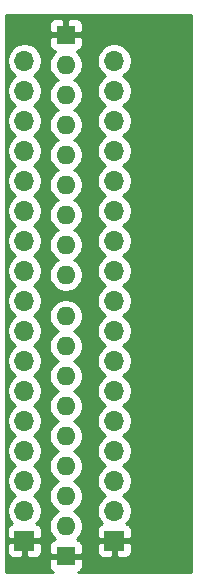
<source format=gbr>
%TF.GenerationSoftware,KiCad,Pcbnew,(5.1.9)-1*%
%TF.CreationDate,2021-02-04T07:57:01-05:00*%
%TF.ProjectId,NerdConsole_BreadBoard_BridgeMonitor16,4e657264-436f-46e7-936f-6c655f427265,rev?*%
%TF.SameCoordinates,Original*%
%TF.FileFunction,Copper,L2,Bot*%
%TF.FilePolarity,Positive*%
%FSLAX46Y46*%
G04 Gerber Fmt 4.6, Leading zero omitted, Abs format (unit mm)*
G04 Created by KiCad (PCBNEW (5.1.9)-1) date 2021-02-04 07:57:01*
%MOMM*%
%LPD*%
G01*
G04 APERTURE LIST*
%TA.AperFunction,ComponentPad*%
%ADD10O,1.700000X1.700000*%
%TD*%
%TA.AperFunction,ComponentPad*%
%ADD11R,1.700000X1.700000*%
%TD*%
%TA.AperFunction,ComponentPad*%
%ADD12R,1.600000X1.600000*%
%TD*%
%TA.AperFunction,ComponentPad*%
%ADD13O,1.600000X1.600000*%
%TD*%
%TA.AperFunction,Conductor*%
%ADD14C,0.254000*%
%TD*%
%TA.AperFunction,Conductor*%
%ADD15C,0.100000*%
%TD*%
G04 APERTURE END LIST*
D10*
%TO.P,J1,17*%
%TO.N,D15*%
X113800000Y-72510000D03*
%TO.P,J1,16*%
%TO.N,D14*%
X113800000Y-75050000D03*
%TO.P,J1,15*%
%TO.N,D13*%
X113800000Y-77590000D03*
%TO.P,J1,14*%
%TO.N,D12*%
X113800000Y-80130000D03*
%TO.P,J1,13*%
%TO.N,D11*%
X113800000Y-82670000D03*
%TO.P,J1,12*%
%TO.N,D10*%
X113800000Y-85210000D03*
%TO.P,J1,11*%
%TO.N,D9*%
X113800000Y-87750000D03*
%TO.P,J1,10*%
%TO.N,D8*%
X113800000Y-90290000D03*
%TO.P,J1,9*%
%TO.N,D7*%
X113800000Y-92830000D03*
%TO.P,J1,8*%
%TO.N,D6*%
X113800000Y-95370000D03*
%TO.P,J1,7*%
%TO.N,D5*%
X113800000Y-97910000D03*
%TO.P,J1,6*%
%TO.N,D4*%
X113800000Y-100450000D03*
%TO.P,J1,5*%
%TO.N,D3*%
X113800000Y-102990000D03*
%TO.P,J1,4*%
%TO.N,D2*%
X113800000Y-105530000D03*
%TO.P,J1,3*%
%TO.N,D1*%
X113800000Y-108070000D03*
%TO.P,J1,2*%
%TO.N,D0*%
X113800000Y-110610000D03*
D11*
%TO.P,J1,1*%
%TO.N,GND*%
X113800000Y-113150000D03*
%TD*%
%TO.P,J2,1*%
%TO.N,GND*%
X106200000Y-113150000D03*
D10*
%TO.P,J2,2*%
%TO.N,D0*%
X106200000Y-110610000D03*
%TO.P,J2,3*%
%TO.N,D1*%
X106200000Y-108070000D03*
%TO.P,J2,4*%
%TO.N,D2*%
X106200000Y-105530000D03*
%TO.P,J2,5*%
%TO.N,D3*%
X106200000Y-102990000D03*
%TO.P,J2,6*%
%TO.N,D4*%
X106200000Y-100450000D03*
%TO.P,J2,7*%
%TO.N,D5*%
X106200000Y-97910000D03*
%TO.P,J2,8*%
%TO.N,D6*%
X106200000Y-95370000D03*
%TO.P,J2,9*%
%TO.N,D7*%
X106200000Y-92830000D03*
%TO.P,J2,10*%
%TO.N,D8*%
X106200000Y-90290000D03*
%TO.P,J2,11*%
%TO.N,D9*%
X106200000Y-87750000D03*
%TO.P,J2,12*%
%TO.N,D10*%
X106200000Y-85210000D03*
%TO.P,J2,13*%
%TO.N,D11*%
X106200000Y-82670000D03*
%TO.P,J2,14*%
%TO.N,D12*%
X106200000Y-80130000D03*
%TO.P,J2,15*%
%TO.N,D13*%
X106200000Y-77590000D03*
%TO.P,J2,16*%
%TO.N,D14*%
X106200000Y-75050000D03*
%TO.P,J2,17*%
%TO.N,D15*%
X106200000Y-72510000D03*
%TD*%
D12*
%TO.P,RN1,1*%
%TO.N,GND*%
X109700000Y-114450000D03*
D13*
%TO.P,RN1,2*%
%TO.N,LED0*%
X109700000Y-111910000D03*
%TO.P,RN1,3*%
%TO.N,LED1*%
X109700000Y-109370000D03*
%TO.P,RN1,4*%
%TO.N,LED2*%
X109700000Y-106830000D03*
%TO.P,RN1,5*%
%TO.N,LED3*%
X109700000Y-104290000D03*
%TO.P,RN1,6*%
%TO.N,LED4*%
X109700000Y-101750000D03*
%TO.P,RN1,7*%
%TO.N,LED5*%
X109700000Y-99210000D03*
%TO.P,RN1,8*%
%TO.N,LED6*%
X109700000Y-96670000D03*
%TO.P,RN1,9*%
%TO.N,LED7*%
X109700000Y-94130000D03*
%TD*%
%TO.P,RN2,9*%
%TO.N,LED8*%
X109700000Y-90620000D03*
%TO.P,RN2,8*%
%TO.N,LED9*%
X109700000Y-88080000D03*
%TO.P,RN2,7*%
%TO.N,LED10*%
X109700000Y-85540000D03*
%TO.P,RN2,6*%
%TO.N,LED11*%
X109700000Y-83000000D03*
%TO.P,RN2,5*%
%TO.N,LED12*%
X109700000Y-80460000D03*
%TO.P,RN2,4*%
%TO.N,LED13*%
X109700000Y-77920000D03*
%TO.P,RN2,3*%
%TO.N,LED14*%
X109700000Y-75380000D03*
%TO.P,RN2,2*%
%TO.N,LED15*%
X109700000Y-72840000D03*
D12*
%TO.P,RN2,1*%
%TO.N,GND*%
X109700000Y-70300000D03*
%TD*%
D14*
%TO.N,GND*%
X120340000Y-115840000D02*
X110742538Y-115840000D01*
X110744180Y-115839502D01*
X110854494Y-115780537D01*
X110951185Y-115701185D01*
X111030537Y-115604494D01*
X111089502Y-115494180D01*
X111125812Y-115374482D01*
X111138072Y-115250000D01*
X111135000Y-114735750D01*
X110976250Y-114577000D01*
X109827000Y-114577000D01*
X109827000Y-114597000D01*
X109573000Y-114597000D01*
X109573000Y-114577000D01*
X108423750Y-114577000D01*
X108265000Y-114735750D01*
X108261928Y-115250000D01*
X108274188Y-115374482D01*
X108310498Y-115494180D01*
X108369463Y-115604494D01*
X108448815Y-115701185D01*
X108545506Y-115780537D01*
X108655820Y-115839502D01*
X108657462Y-115840000D01*
X104660000Y-115840000D01*
X104660000Y-114000000D01*
X104711928Y-114000000D01*
X104724188Y-114124482D01*
X104760498Y-114244180D01*
X104819463Y-114354494D01*
X104898815Y-114451185D01*
X104995506Y-114530537D01*
X105105820Y-114589502D01*
X105225518Y-114625812D01*
X105350000Y-114638072D01*
X105914250Y-114635000D01*
X106073000Y-114476250D01*
X106073000Y-113277000D01*
X106327000Y-113277000D01*
X106327000Y-114476250D01*
X106485750Y-114635000D01*
X107050000Y-114638072D01*
X107174482Y-114625812D01*
X107294180Y-114589502D01*
X107404494Y-114530537D01*
X107501185Y-114451185D01*
X107580537Y-114354494D01*
X107639502Y-114244180D01*
X107675812Y-114124482D01*
X107688072Y-114000000D01*
X107686167Y-113650000D01*
X108261928Y-113650000D01*
X108265000Y-114164250D01*
X108423750Y-114323000D01*
X109573000Y-114323000D01*
X109573000Y-114303000D01*
X109827000Y-114303000D01*
X109827000Y-114323000D01*
X110976250Y-114323000D01*
X111135000Y-114164250D01*
X111135981Y-114000000D01*
X112311928Y-114000000D01*
X112324188Y-114124482D01*
X112360498Y-114244180D01*
X112419463Y-114354494D01*
X112498815Y-114451185D01*
X112595506Y-114530537D01*
X112705820Y-114589502D01*
X112825518Y-114625812D01*
X112950000Y-114638072D01*
X113514250Y-114635000D01*
X113673000Y-114476250D01*
X113673000Y-113277000D01*
X113927000Y-113277000D01*
X113927000Y-114476250D01*
X114085750Y-114635000D01*
X114650000Y-114638072D01*
X114774482Y-114625812D01*
X114894180Y-114589502D01*
X115004494Y-114530537D01*
X115101185Y-114451185D01*
X115180537Y-114354494D01*
X115239502Y-114244180D01*
X115275812Y-114124482D01*
X115288072Y-114000000D01*
X115285000Y-113435750D01*
X115126250Y-113277000D01*
X113927000Y-113277000D01*
X113673000Y-113277000D01*
X112473750Y-113277000D01*
X112315000Y-113435750D01*
X112311928Y-114000000D01*
X111135981Y-114000000D01*
X111138072Y-113650000D01*
X111125812Y-113525518D01*
X111089502Y-113405820D01*
X111030537Y-113295506D01*
X110951185Y-113198815D01*
X110854494Y-113119463D01*
X110744180Y-113060498D01*
X110624482Y-113024188D01*
X110616039Y-113023357D01*
X110814637Y-112824759D01*
X110971680Y-112589727D01*
X111079853Y-112328574D01*
X111085536Y-112300000D01*
X112311928Y-112300000D01*
X112315000Y-112864250D01*
X112473750Y-113023000D01*
X113673000Y-113023000D01*
X113673000Y-113003000D01*
X113927000Y-113003000D01*
X113927000Y-113023000D01*
X115126250Y-113023000D01*
X115285000Y-112864250D01*
X115288072Y-112300000D01*
X115275812Y-112175518D01*
X115239502Y-112055820D01*
X115180537Y-111945506D01*
X115101185Y-111848815D01*
X115004494Y-111769463D01*
X114894180Y-111710498D01*
X114821620Y-111688487D01*
X114953475Y-111556632D01*
X115115990Y-111313411D01*
X115227932Y-111043158D01*
X115285000Y-110756260D01*
X115285000Y-110463740D01*
X115227932Y-110176842D01*
X115115990Y-109906589D01*
X114953475Y-109663368D01*
X114746632Y-109456525D01*
X114572240Y-109340000D01*
X114746632Y-109223475D01*
X114953475Y-109016632D01*
X115115990Y-108773411D01*
X115227932Y-108503158D01*
X115285000Y-108216260D01*
X115285000Y-107923740D01*
X115227932Y-107636842D01*
X115115990Y-107366589D01*
X114953475Y-107123368D01*
X114746632Y-106916525D01*
X114572240Y-106800000D01*
X114746632Y-106683475D01*
X114953475Y-106476632D01*
X115115990Y-106233411D01*
X115227932Y-105963158D01*
X115285000Y-105676260D01*
X115285000Y-105383740D01*
X115227932Y-105096842D01*
X115115990Y-104826589D01*
X114953475Y-104583368D01*
X114746632Y-104376525D01*
X114572240Y-104260000D01*
X114746632Y-104143475D01*
X114953475Y-103936632D01*
X115115990Y-103693411D01*
X115227932Y-103423158D01*
X115285000Y-103136260D01*
X115285000Y-102843740D01*
X115227932Y-102556842D01*
X115115990Y-102286589D01*
X114953475Y-102043368D01*
X114746632Y-101836525D01*
X114572240Y-101720000D01*
X114746632Y-101603475D01*
X114953475Y-101396632D01*
X115115990Y-101153411D01*
X115227932Y-100883158D01*
X115285000Y-100596260D01*
X115285000Y-100303740D01*
X115227932Y-100016842D01*
X115115990Y-99746589D01*
X114953475Y-99503368D01*
X114746632Y-99296525D01*
X114572240Y-99180000D01*
X114746632Y-99063475D01*
X114953475Y-98856632D01*
X115115990Y-98613411D01*
X115227932Y-98343158D01*
X115285000Y-98056260D01*
X115285000Y-97763740D01*
X115227932Y-97476842D01*
X115115990Y-97206589D01*
X114953475Y-96963368D01*
X114746632Y-96756525D01*
X114572240Y-96640000D01*
X114746632Y-96523475D01*
X114953475Y-96316632D01*
X115115990Y-96073411D01*
X115227932Y-95803158D01*
X115285000Y-95516260D01*
X115285000Y-95223740D01*
X115227932Y-94936842D01*
X115115990Y-94666589D01*
X114953475Y-94423368D01*
X114746632Y-94216525D01*
X114572240Y-94100000D01*
X114746632Y-93983475D01*
X114953475Y-93776632D01*
X115115990Y-93533411D01*
X115227932Y-93263158D01*
X115285000Y-92976260D01*
X115285000Y-92683740D01*
X115227932Y-92396842D01*
X115115990Y-92126589D01*
X114953475Y-91883368D01*
X114746632Y-91676525D01*
X114572240Y-91560000D01*
X114746632Y-91443475D01*
X114953475Y-91236632D01*
X115115990Y-90993411D01*
X115227932Y-90723158D01*
X115285000Y-90436260D01*
X115285000Y-90143740D01*
X115227932Y-89856842D01*
X115115990Y-89586589D01*
X114953475Y-89343368D01*
X114746632Y-89136525D01*
X114572240Y-89020000D01*
X114746632Y-88903475D01*
X114953475Y-88696632D01*
X115115990Y-88453411D01*
X115227932Y-88183158D01*
X115285000Y-87896260D01*
X115285000Y-87603740D01*
X115227932Y-87316842D01*
X115115990Y-87046589D01*
X114953475Y-86803368D01*
X114746632Y-86596525D01*
X114572240Y-86480000D01*
X114746632Y-86363475D01*
X114953475Y-86156632D01*
X115115990Y-85913411D01*
X115227932Y-85643158D01*
X115285000Y-85356260D01*
X115285000Y-85063740D01*
X115227932Y-84776842D01*
X115115990Y-84506589D01*
X114953475Y-84263368D01*
X114746632Y-84056525D01*
X114572240Y-83940000D01*
X114746632Y-83823475D01*
X114953475Y-83616632D01*
X115115990Y-83373411D01*
X115227932Y-83103158D01*
X115285000Y-82816260D01*
X115285000Y-82523740D01*
X115227932Y-82236842D01*
X115115990Y-81966589D01*
X114953475Y-81723368D01*
X114746632Y-81516525D01*
X114572240Y-81400000D01*
X114746632Y-81283475D01*
X114953475Y-81076632D01*
X115115990Y-80833411D01*
X115227932Y-80563158D01*
X115285000Y-80276260D01*
X115285000Y-79983740D01*
X115227932Y-79696842D01*
X115115990Y-79426589D01*
X114953475Y-79183368D01*
X114746632Y-78976525D01*
X114572240Y-78860000D01*
X114746632Y-78743475D01*
X114953475Y-78536632D01*
X115115990Y-78293411D01*
X115227932Y-78023158D01*
X115285000Y-77736260D01*
X115285000Y-77443740D01*
X115227932Y-77156842D01*
X115115990Y-76886589D01*
X114953475Y-76643368D01*
X114746632Y-76436525D01*
X114572240Y-76320000D01*
X114746632Y-76203475D01*
X114953475Y-75996632D01*
X115115990Y-75753411D01*
X115227932Y-75483158D01*
X115285000Y-75196260D01*
X115285000Y-74903740D01*
X115227932Y-74616842D01*
X115115990Y-74346589D01*
X114953475Y-74103368D01*
X114746632Y-73896525D01*
X114572240Y-73780000D01*
X114746632Y-73663475D01*
X114953475Y-73456632D01*
X115115990Y-73213411D01*
X115227932Y-72943158D01*
X115285000Y-72656260D01*
X115285000Y-72363740D01*
X115227932Y-72076842D01*
X115115990Y-71806589D01*
X114953475Y-71563368D01*
X114746632Y-71356525D01*
X114503411Y-71194010D01*
X114233158Y-71082068D01*
X113946260Y-71025000D01*
X113653740Y-71025000D01*
X113366842Y-71082068D01*
X113096589Y-71194010D01*
X112853368Y-71356525D01*
X112646525Y-71563368D01*
X112484010Y-71806589D01*
X112372068Y-72076842D01*
X112315000Y-72363740D01*
X112315000Y-72656260D01*
X112372068Y-72943158D01*
X112484010Y-73213411D01*
X112646525Y-73456632D01*
X112853368Y-73663475D01*
X113027760Y-73780000D01*
X112853368Y-73896525D01*
X112646525Y-74103368D01*
X112484010Y-74346589D01*
X112372068Y-74616842D01*
X112315000Y-74903740D01*
X112315000Y-75196260D01*
X112372068Y-75483158D01*
X112484010Y-75753411D01*
X112646525Y-75996632D01*
X112853368Y-76203475D01*
X113027760Y-76320000D01*
X112853368Y-76436525D01*
X112646525Y-76643368D01*
X112484010Y-76886589D01*
X112372068Y-77156842D01*
X112315000Y-77443740D01*
X112315000Y-77736260D01*
X112372068Y-78023158D01*
X112484010Y-78293411D01*
X112646525Y-78536632D01*
X112853368Y-78743475D01*
X113027760Y-78860000D01*
X112853368Y-78976525D01*
X112646525Y-79183368D01*
X112484010Y-79426589D01*
X112372068Y-79696842D01*
X112315000Y-79983740D01*
X112315000Y-80276260D01*
X112372068Y-80563158D01*
X112484010Y-80833411D01*
X112646525Y-81076632D01*
X112853368Y-81283475D01*
X113027760Y-81400000D01*
X112853368Y-81516525D01*
X112646525Y-81723368D01*
X112484010Y-81966589D01*
X112372068Y-82236842D01*
X112315000Y-82523740D01*
X112315000Y-82816260D01*
X112372068Y-83103158D01*
X112484010Y-83373411D01*
X112646525Y-83616632D01*
X112853368Y-83823475D01*
X113027760Y-83940000D01*
X112853368Y-84056525D01*
X112646525Y-84263368D01*
X112484010Y-84506589D01*
X112372068Y-84776842D01*
X112315000Y-85063740D01*
X112315000Y-85356260D01*
X112372068Y-85643158D01*
X112484010Y-85913411D01*
X112646525Y-86156632D01*
X112853368Y-86363475D01*
X113027760Y-86480000D01*
X112853368Y-86596525D01*
X112646525Y-86803368D01*
X112484010Y-87046589D01*
X112372068Y-87316842D01*
X112315000Y-87603740D01*
X112315000Y-87896260D01*
X112372068Y-88183158D01*
X112484010Y-88453411D01*
X112646525Y-88696632D01*
X112853368Y-88903475D01*
X113027760Y-89020000D01*
X112853368Y-89136525D01*
X112646525Y-89343368D01*
X112484010Y-89586589D01*
X112372068Y-89856842D01*
X112315000Y-90143740D01*
X112315000Y-90436260D01*
X112372068Y-90723158D01*
X112484010Y-90993411D01*
X112646525Y-91236632D01*
X112853368Y-91443475D01*
X113027760Y-91560000D01*
X112853368Y-91676525D01*
X112646525Y-91883368D01*
X112484010Y-92126589D01*
X112372068Y-92396842D01*
X112315000Y-92683740D01*
X112315000Y-92976260D01*
X112372068Y-93263158D01*
X112484010Y-93533411D01*
X112646525Y-93776632D01*
X112853368Y-93983475D01*
X113027760Y-94100000D01*
X112853368Y-94216525D01*
X112646525Y-94423368D01*
X112484010Y-94666589D01*
X112372068Y-94936842D01*
X112315000Y-95223740D01*
X112315000Y-95516260D01*
X112372068Y-95803158D01*
X112484010Y-96073411D01*
X112646525Y-96316632D01*
X112853368Y-96523475D01*
X113027760Y-96640000D01*
X112853368Y-96756525D01*
X112646525Y-96963368D01*
X112484010Y-97206589D01*
X112372068Y-97476842D01*
X112315000Y-97763740D01*
X112315000Y-98056260D01*
X112372068Y-98343158D01*
X112484010Y-98613411D01*
X112646525Y-98856632D01*
X112853368Y-99063475D01*
X113027760Y-99180000D01*
X112853368Y-99296525D01*
X112646525Y-99503368D01*
X112484010Y-99746589D01*
X112372068Y-100016842D01*
X112315000Y-100303740D01*
X112315000Y-100596260D01*
X112372068Y-100883158D01*
X112484010Y-101153411D01*
X112646525Y-101396632D01*
X112853368Y-101603475D01*
X113027760Y-101720000D01*
X112853368Y-101836525D01*
X112646525Y-102043368D01*
X112484010Y-102286589D01*
X112372068Y-102556842D01*
X112315000Y-102843740D01*
X112315000Y-103136260D01*
X112372068Y-103423158D01*
X112484010Y-103693411D01*
X112646525Y-103936632D01*
X112853368Y-104143475D01*
X113027760Y-104260000D01*
X112853368Y-104376525D01*
X112646525Y-104583368D01*
X112484010Y-104826589D01*
X112372068Y-105096842D01*
X112315000Y-105383740D01*
X112315000Y-105676260D01*
X112372068Y-105963158D01*
X112484010Y-106233411D01*
X112646525Y-106476632D01*
X112853368Y-106683475D01*
X113027760Y-106800000D01*
X112853368Y-106916525D01*
X112646525Y-107123368D01*
X112484010Y-107366589D01*
X112372068Y-107636842D01*
X112315000Y-107923740D01*
X112315000Y-108216260D01*
X112372068Y-108503158D01*
X112484010Y-108773411D01*
X112646525Y-109016632D01*
X112853368Y-109223475D01*
X113027760Y-109340000D01*
X112853368Y-109456525D01*
X112646525Y-109663368D01*
X112484010Y-109906589D01*
X112372068Y-110176842D01*
X112315000Y-110463740D01*
X112315000Y-110756260D01*
X112372068Y-111043158D01*
X112484010Y-111313411D01*
X112646525Y-111556632D01*
X112778380Y-111688487D01*
X112705820Y-111710498D01*
X112595506Y-111769463D01*
X112498815Y-111848815D01*
X112419463Y-111945506D01*
X112360498Y-112055820D01*
X112324188Y-112175518D01*
X112311928Y-112300000D01*
X111085536Y-112300000D01*
X111135000Y-112051335D01*
X111135000Y-111768665D01*
X111079853Y-111491426D01*
X110971680Y-111230273D01*
X110814637Y-110995241D01*
X110614759Y-110795363D01*
X110382241Y-110640000D01*
X110614759Y-110484637D01*
X110814637Y-110284759D01*
X110971680Y-110049727D01*
X111079853Y-109788574D01*
X111135000Y-109511335D01*
X111135000Y-109228665D01*
X111079853Y-108951426D01*
X110971680Y-108690273D01*
X110814637Y-108455241D01*
X110614759Y-108255363D01*
X110382241Y-108100000D01*
X110614759Y-107944637D01*
X110814637Y-107744759D01*
X110971680Y-107509727D01*
X111079853Y-107248574D01*
X111135000Y-106971335D01*
X111135000Y-106688665D01*
X111079853Y-106411426D01*
X110971680Y-106150273D01*
X110814637Y-105915241D01*
X110614759Y-105715363D01*
X110382241Y-105560000D01*
X110614759Y-105404637D01*
X110814637Y-105204759D01*
X110971680Y-104969727D01*
X111079853Y-104708574D01*
X111135000Y-104431335D01*
X111135000Y-104148665D01*
X111079853Y-103871426D01*
X110971680Y-103610273D01*
X110814637Y-103375241D01*
X110614759Y-103175363D01*
X110382241Y-103020000D01*
X110614759Y-102864637D01*
X110814637Y-102664759D01*
X110971680Y-102429727D01*
X111079853Y-102168574D01*
X111135000Y-101891335D01*
X111135000Y-101608665D01*
X111079853Y-101331426D01*
X110971680Y-101070273D01*
X110814637Y-100835241D01*
X110614759Y-100635363D01*
X110382241Y-100480000D01*
X110614759Y-100324637D01*
X110814637Y-100124759D01*
X110971680Y-99889727D01*
X111079853Y-99628574D01*
X111135000Y-99351335D01*
X111135000Y-99068665D01*
X111079853Y-98791426D01*
X110971680Y-98530273D01*
X110814637Y-98295241D01*
X110614759Y-98095363D01*
X110382241Y-97940000D01*
X110614759Y-97784637D01*
X110814637Y-97584759D01*
X110971680Y-97349727D01*
X111079853Y-97088574D01*
X111135000Y-96811335D01*
X111135000Y-96528665D01*
X111079853Y-96251426D01*
X110971680Y-95990273D01*
X110814637Y-95755241D01*
X110614759Y-95555363D01*
X110382241Y-95400000D01*
X110614759Y-95244637D01*
X110814637Y-95044759D01*
X110971680Y-94809727D01*
X111079853Y-94548574D01*
X111135000Y-94271335D01*
X111135000Y-93988665D01*
X111079853Y-93711426D01*
X110971680Y-93450273D01*
X110814637Y-93215241D01*
X110614759Y-93015363D01*
X110379727Y-92858320D01*
X110118574Y-92750147D01*
X109841335Y-92695000D01*
X109558665Y-92695000D01*
X109281426Y-92750147D01*
X109020273Y-92858320D01*
X108785241Y-93015363D01*
X108585363Y-93215241D01*
X108428320Y-93450273D01*
X108320147Y-93711426D01*
X108265000Y-93988665D01*
X108265000Y-94271335D01*
X108320147Y-94548574D01*
X108428320Y-94809727D01*
X108585363Y-95044759D01*
X108785241Y-95244637D01*
X109017759Y-95400000D01*
X108785241Y-95555363D01*
X108585363Y-95755241D01*
X108428320Y-95990273D01*
X108320147Y-96251426D01*
X108265000Y-96528665D01*
X108265000Y-96811335D01*
X108320147Y-97088574D01*
X108428320Y-97349727D01*
X108585363Y-97584759D01*
X108785241Y-97784637D01*
X109017759Y-97940000D01*
X108785241Y-98095363D01*
X108585363Y-98295241D01*
X108428320Y-98530273D01*
X108320147Y-98791426D01*
X108265000Y-99068665D01*
X108265000Y-99351335D01*
X108320147Y-99628574D01*
X108428320Y-99889727D01*
X108585363Y-100124759D01*
X108785241Y-100324637D01*
X109017759Y-100480000D01*
X108785241Y-100635363D01*
X108585363Y-100835241D01*
X108428320Y-101070273D01*
X108320147Y-101331426D01*
X108265000Y-101608665D01*
X108265000Y-101891335D01*
X108320147Y-102168574D01*
X108428320Y-102429727D01*
X108585363Y-102664759D01*
X108785241Y-102864637D01*
X109017759Y-103020000D01*
X108785241Y-103175363D01*
X108585363Y-103375241D01*
X108428320Y-103610273D01*
X108320147Y-103871426D01*
X108265000Y-104148665D01*
X108265000Y-104431335D01*
X108320147Y-104708574D01*
X108428320Y-104969727D01*
X108585363Y-105204759D01*
X108785241Y-105404637D01*
X109017759Y-105560000D01*
X108785241Y-105715363D01*
X108585363Y-105915241D01*
X108428320Y-106150273D01*
X108320147Y-106411426D01*
X108265000Y-106688665D01*
X108265000Y-106971335D01*
X108320147Y-107248574D01*
X108428320Y-107509727D01*
X108585363Y-107744759D01*
X108785241Y-107944637D01*
X109017759Y-108100000D01*
X108785241Y-108255363D01*
X108585363Y-108455241D01*
X108428320Y-108690273D01*
X108320147Y-108951426D01*
X108265000Y-109228665D01*
X108265000Y-109511335D01*
X108320147Y-109788574D01*
X108428320Y-110049727D01*
X108585363Y-110284759D01*
X108785241Y-110484637D01*
X109017759Y-110640000D01*
X108785241Y-110795363D01*
X108585363Y-110995241D01*
X108428320Y-111230273D01*
X108320147Y-111491426D01*
X108265000Y-111768665D01*
X108265000Y-112051335D01*
X108320147Y-112328574D01*
X108428320Y-112589727D01*
X108585363Y-112824759D01*
X108783961Y-113023357D01*
X108775518Y-113024188D01*
X108655820Y-113060498D01*
X108545506Y-113119463D01*
X108448815Y-113198815D01*
X108369463Y-113295506D01*
X108310498Y-113405820D01*
X108274188Y-113525518D01*
X108261928Y-113650000D01*
X107686167Y-113650000D01*
X107685000Y-113435750D01*
X107526250Y-113277000D01*
X106327000Y-113277000D01*
X106073000Y-113277000D01*
X104873750Y-113277000D01*
X104715000Y-113435750D01*
X104711928Y-114000000D01*
X104660000Y-114000000D01*
X104660000Y-112300000D01*
X104711928Y-112300000D01*
X104715000Y-112864250D01*
X104873750Y-113023000D01*
X106073000Y-113023000D01*
X106073000Y-113003000D01*
X106327000Y-113003000D01*
X106327000Y-113023000D01*
X107526250Y-113023000D01*
X107685000Y-112864250D01*
X107688072Y-112300000D01*
X107675812Y-112175518D01*
X107639502Y-112055820D01*
X107580537Y-111945506D01*
X107501185Y-111848815D01*
X107404494Y-111769463D01*
X107294180Y-111710498D01*
X107221620Y-111688487D01*
X107353475Y-111556632D01*
X107515990Y-111313411D01*
X107627932Y-111043158D01*
X107685000Y-110756260D01*
X107685000Y-110463740D01*
X107627932Y-110176842D01*
X107515990Y-109906589D01*
X107353475Y-109663368D01*
X107146632Y-109456525D01*
X106972240Y-109340000D01*
X107146632Y-109223475D01*
X107353475Y-109016632D01*
X107515990Y-108773411D01*
X107627932Y-108503158D01*
X107685000Y-108216260D01*
X107685000Y-107923740D01*
X107627932Y-107636842D01*
X107515990Y-107366589D01*
X107353475Y-107123368D01*
X107146632Y-106916525D01*
X106972240Y-106800000D01*
X107146632Y-106683475D01*
X107353475Y-106476632D01*
X107515990Y-106233411D01*
X107627932Y-105963158D01*
X107685000Y-105676260D01*
X107685000Y-105383740D01*
X107627932Y-105096842D01*
X107515990Y-104826589D01*
X107353475Y-104583368D01*
X107146632Y-104376525D01*
X106972240Y-104260000D01*
X107146632Y-104143475D01*
X107353475Y-103936632D01*
X107515990Y-103693411D01*
X107627932Y-103423158D01*
X107685000Y-103136260D01*
X107685000Y-102843740D01*
X107627932Y-102556842D01*
X107515990Y-102286589D01*
X107353475Y-102043368D01*
X107146632Y-101836525D01*
X106972240Y-101720000D01*
X107146632Y-101603475D01*
X107353475Y-101396632D01*
X107515990Y-101153411D01*
X107627932Y-100883158D01*
X107685000Y-100596260D01*
X107685000Y-100303740D01*
X107627932Y-100016842D01*
X107515990Y-99746589D01*
X107353475Y-99503368D01*
X107146632Y-99296525D01*
X106972240Y-99180000D01*
X107146632Y-99063475D01*
X107353475Y-98856632D01*
X107515990Y-98613411D01*
X107627932Y-98343158D01*
X107685000Y-98056260D01*
X107685000Y-97763740D01*
X107627932Y-97476842D01*
X107515990Y-97206589D01*
X107353475Y-96963368D01*
X107146632Y-96756525D01*
X106972240Y-96640000D01*
X107146632Y-96523475D01*
X107353475Y-96316632D01*
X107515990Y-96073411D01*
X107627932Y-95803158D01*
X107685000Y-95516260D01*
X107685000Y-95223740D01*
X107627932Y-94936842D01*
X107515990Y-94666589D01*
X107353475Y-94423368D01*
X107146632Y-94216525D01*
X106972240Y-94100000D01*
X107146632Y-93983475D01*
X107353475Y-93776632D01*
X107515990Y-93533411D01*
X107627932Y-93263158D01*
X107685000Y-92976260D01*
X107685000Y-92683740D01*
X107627932Y-92396842D01*
X107515990Y-92126589D01*
X107353475Y-91883368D01*
X107146632Y-91676525D01*
X106972240Y-91560000D01*
X107146632Y-91443475D01*
X107353475Y-91236632D01*
X107515990Y-90993411D01*
X107627932Y-90723158D01*
X107685000Y-90436260D01*
X107685000Y-90143740D01*
X107627932Y-89856842D01*
X107515990Y-89586589D01*
X107353475Y-89343368D01*
X107146632Y-89136525D01*
X106972240Y-89020000D01*
X107146632Y-88903475D01*
X107353475Y-88696632D01*
X107515990Y-88453411D01*
X107627932Y-88183158D01*
X107685000Y-87896260D01*
X107685000Y-87603740D01*
X107627932Y-87316842D01*
X107515990Y-87046589D01*
X107353475Y-86803368D01*
X107146632Y-86596525D01*
X106972240Y-86480000D01*
X107146632Y-86363475D01*
X107353475Y-86156632D01*
X107515990Y-85913411D01*
X107627932Y-85643158D01*
X107685000Y-85356260D01*
X107685000Y-85063740D01*
X107627932Y-84776842D01*
X107515990Y-84506589D01*
X107353475Y-84263368D01*
X107146632Y-84056525D01*
X106972240Y-83940000D01*
X107146632Y-83823475D01*
X107353475Y-83616632D01*
X107515990Y-83373411D01*
X107627932Y-83103158D01*
X107685000Y-82816260D01*
X107685000Y-82523740D01*
X107627932Y-82236842D01*
X107515990Y-81966589D01*
X107353475Y-81723368D01*
X107146632Y-81516525D01*
X106972240Y-81400000D01*
X107146632Y-81283475D01*
X107353475Y-81076632D01*
X107515990Y-80833411D01*
X107627932Y-80563158D01*
X107685000Y-80276260D01*
X107685000Y-79983740D01*
X107627932Y-79696842D01*
X107515990Y-79426589D01*
X107353475Y-79183368D01*
X107146632Y-78976525D01*
X106972240Y-78860000D01*
X107146632Y-78743475D01*
X107353475Y-78536632D01*
X107515990Y-78293411D01*
X107627932Y-78023158D01*
X107685000Y-77736260D01*
X107685000Y-77443740D01*
X107627932Y-77156842D01*
X107515990Y-76886589D01*
X107353475Y-76643368D01*
X107146632Y-76436525D01*
X106972240Y-76320000D01*
X107146632Y-76203475D01*
X107353475Y-75996632D01*
X107515990Y-75753411D01*
X107627932Y-75483158D01*
X107685000Y-75196260D01*
X107685000Y-74903740D01*
X107627932Y-74616842D01*
X107515990Y-74346589D01*
X107353475Y-74103368D01*
X107146632Y-73896525D01*
X106972240Y-73780000D01*
X107146632Y-73663475D01*
X107353475Y-73456632D01*
X107515990Y-73213411D01*
X107627932Y-72943158D01*
X107685000Y-72656260D01*
X107685000Y-72363740D01*
X107627932Y-72076842D01*
X107515990Y-71806589D01*
X107353475Y-71563368D01*
X107146632Y-71356525D01*
X106903411Y-71194010D01*
X106676450Y-71100000D01*
X108261928Y-71100000D01*
X108274188Y-71224482D01*
X108310498Y-71344180D01*
X108369463Y-71454494D01*
X108448815Y-71551185D01*
X108545506Y-71630537D01*
X108655820Y-71689502D01*
X108775518Y-71725812D01*
X108783961Y-71726643D01*
X108585363Y-71925241D01*
X108428320Y-72160273D01*
X108320147Y-72421426D01*
X108265000Y-72698665D01*
X108265000Y-72981335D01*
X108320147Y-73258574D01*
X108428320Y-73519727D01*
X108585363Y-73754759D01*
X108785241Y-73954637D01*
X109017759Y-74110000D01*
X108785241Y-74265363D01*
X108585363Y-74465241D01*
X108428320Y-74700273D01*
X108320147Y-74961426D01*
X108265000Y-75238665D01*
X108265000Y-75521335D01*
X108320147Y-75798574D01*
X108428320Y-76059727D01*
X108585363Y-76294759D01*
X108785241Y-76494637D01*
X109017759Y-76650000D01*
X108785241Y-76805363D01*
X108585363Y-77005241D01*
X108428320Y-77240273D01*
X108320147Y-77501426D01*
X108265000Y-77778665D01*
X108265000Y-78061335D01*
X108320147Y-78338574D01*
X108428320Y-78599727D01*
X108585363Y-78834759D01*
X108785241Y-79034637D01*
X109017759Y-79190000D01*
X108785241Y-79345363D01*
X108585363Y-79545241D01*
X108428320Y-79780273D01*
X108320147Y-80041426D01*
X108265000Y-80318665D01*
X108265000Y-80601335D01*
X108320147Y-80878574D01*
X108428320Y-81139727D01*
X108585363Y-81374759D01*
X108785241Y-81574637D01*
X109017759Y-81730000D01*
X108785241Y-81885363D01*
X108585363Y-82085241D01*
X108428320Y-82320273D01*
X108320147Y-82581426D01*
X108265000Y-82858665D01*
X108265000Y-83141335D01*
X108320147Y-83418574D01*
X108428320Y-83679727D01*
X108585363Y-83914759D01*
X108785241Y-84114637D01*
X109017759Y-84270000D01*
X108785241Y-84425363D01*
X108585363Y-84625241D01*
X108428320Y-84860273D01*
X108320147Y-85121426D01*
X108265000Y-85398665D01*
X108265000Y-85681335D01*
X108320147Y-85958574D01*
X108428320Y-86219727D01*
X108585363Y-86454759D01*
X108785241Y-86654637D01*
X109017759Y-86810000D01*
X108785241Y-86965363D01*
X108585363Y-87165241D01*
X108428320Y-87400273D01*
X108320147Y-87661426D01*
X108265000Y-87938665D01*
X108265000Y-88221335D01*
X108320147Y-88498574D01*
X108428320Y-88759727D01*
X108585363Y-88994759D01*
X108785241Y-89194637D01*
X109017759Y-89350000D01*
X108785241Y-89505363D01*
X108585363Y-89705241D01*
X108428320Y-89940273D01*
X108320147Y-90201426D01*
X108265000Y-90478665D01*
X108265000Y-90761335D01*
X108320147Y-91038574D01*
X108428320Y-91299727D01*
X108585363Y-91534759D01*
X108785241Y-91734637D01*
X109020273Y-91891680D01*
X109281426Y-91999853D01*
X109558665Y-92055000D01*
X109841335Y-92055000D01*
X110118574Y-91999853D01*
X110379727Y-91891680D01*
X110614759Y-91734637D01*
X110814637Y-91534759D01*
X110971680Y-91299727D01*
X111079853Y-91038574D01*
X111135000Y-90761335D01*
X111135000Y-90478665D01*
X111079853Y-90201426D01*
X110971680Y-89940273D01*
X110814637Y-89705241D01*
X110614759Y-89505363D01*
X110382241Y-89350000D01*
X110614759Y-89194637D01*
X110814637Y-88994759D01*
X110971680Y-88759727D01*
X111079853Y-88498574D01*
X111135000Y-88221335D01*
X111135000Y-87938665D01*
X111079853Y-87661426D01*
X110971680Y-87400273D01*
X110814637Y-87165241D01*
X110614759Y-86965363D01*
X110382241Y-86810000D01*
X110614759Y-86654637D01*
X110814637Y-86454759D01*
X110971680Y-86219727D01*
X111079853Y-85958574D01*
X111135000Y-85681335D01*
X111135000Y-85398665D01*
X111079853Y-85121426D01*
X110971680Y-84860273D01*
X110814637Y-84625241D01*
X110614759Y-84425363D01*
X110382241Y-84270000D01*
X110614759Y-84114637D01*
X110814637Y-83914759D01*
X110971680Y-83679727D01*
X111079853Y-83418574D01*
X111135000Y-83141335D01*
X111135000Y-82858665D01*
X111079853Y-82581426D01*
X110971680Y-82320273D01*
X110814637Y-82085241D01*
X110614759Y-81885363D01*
X110382241Y-81730000D01*
X110614759Y-81574637D01*
X110814637Y-81374759D01*
X110971680Y-81139727D01*
X111079853Y-80878574D01*
X111135000Y-80601335D01*
X111135000Y-80318665D01*
X111079853Y-80041426D01*
X110971680Y-79780273D01*
X110814637Y-79545241D01*
X110614759Y-79345363D01*
X110382241Y-79190000D01*
X110614759Y-79034637D01*
X110814637Y-78834759D01*
X110971680Y-78599727D01*
X111079853Y-78338574D01*
X111135000Y-78061335D01*
X111135000Y-77778665D01*
X111079853Y-77501426D01*
X110971680Y-77240273D01*
X110814637Y-77005241D01*
X110614759Y-76805363D01*
X110382241Y-76650000D01*
X110614759Y-76494637D01*
X110814637Y-76294759D01*
X110971680Y-76059727D01*
X111079853Y-75798574D01*
X111135000Y-75521335D01*
X111135000Y-75238665D01*
X111079853Y-74961426D01*
X110971680Y-74700273D01*
X110814637Y-74465241D01*
X110614759Y-74265363D01*
X110382241Y-74110000D01*
X110614759Y-73954637D01*
X110814637Y-73754759D01*
X110971680Y-73519727D01*
X111079853Y-73258574D01*
X111135000Y-72981335D01*
X111135000Y-72698665D01*
X111079853Y-72421426D01*
X110971680Y-72160273D01*
X110814637Y-71925241D01*
X110616039Y-71726643D01*
X110624482Y-71725812D01*
X110744180Y-71689502D01*
X110854494Y-71630537D01*
X110951185Y-71551185D01*
X111030537Y-71454494D01*
X111089502Y-71344180D01*
X111125812Y-71224482D01*
X111138072Y-71100000D01*
X111135000Y-70585750D01*
X110976250Y-70427000D01*
X109827000Y-70427000D01*
X109827000Y-70447000D01*
X109573000Y-70447000D01*
X109573000Y-70427000D01*
X108423750Y-70427000D01*
X108265000Y-70585750D01*
X108261928Y-71100000D01*
X106676450Y-71100000D01*
X106633158Y-71082068D01*
X106346260Y-71025000D01*
X106053740Y-71025000D01*
X105766842Y-71082068D01*
X105496589Y-71194010D01*
X105253368Y-71356525D01*
X105046525Y-71563368D01*
X104884010Y-71806589D01*
X104772068Y-72076842D01*
X104715000Y-72363740D01*
X104715000Y-72656260D01*
X104772068Y-72943158D01*
X104884010Y-73213411D01*
X105046525Y-73456632D01*
X105253368Y-73663475D01*
X105427760Y-73780000D01*
X105253368Y-73896525D01*
X105046525Y-74103368D01*
X104884010Y-74346589D01*
X104772068Y-74616842D01*
X104715000Y-74903740D01*
X104715000Y-75196260D01*
X104772068Y-75483158D01*
X104884010Y-75753411D01*
X105046525Y-75996632D01*
X105253368Y-76203475D01*
X105427760Y-76320000D01*
X105253368Y-76436525D01*
X105046525Y-76643368D01*
X104884010Y-76886589D01*
X104772068Y-77156842D01*
X104715000Y-77443740D01*
X104715000Y-77736260D01*
X104772068Y-78023158D01*
X104884010Y-78293411D01*
X105046525Y-78536632D01*
X105253368Y-78743475D01*
X105427760Y-78860000D01*
X105253368Y-78976525D01*
X105046525Y-79183368D01*
X104884010Y-79426589D01*
X104772068Y-79696842D01*
X104715000Y-79983740D01*
X104715000Y-80276260D01*
X104772068Y-80563158D01*
X104884010Y-80833411D01*
X105046525Y-81076632D01*
X105253368Y-81283475D01*
X105427760Y-81400000D01*
X105253368Y-81516525D01*
X105046525Y-81723368D01*
X104884010Y-81966589D01*
X104772068Y-82236842D01*
X104715000Y-82523740D01*
X104715000Y-82816260D01*
X104772068Y-83103158D01*
X104884010Y-83373411D01*
X105046525Y-83616632D01*
X105253368Y-83823475D01*
X105427760Y-83940000D01*
X105253368Y-84056525D01*
X105046525Y-84263368D01*
X104884010Y-84506589D01*
X104772068Y-84776842D01*
X104715000Y-85063740D01*
X104715000Y-85356260D01*
X104772068Y-85643158D01*
X104884010Y-85913411D01*
X105046525Y-86156632D01*
X105253368Y-86363475D01*
X105427760Y-86480000D01*
X105253368Y-86596525D01*
X105046525Y-86803368D01*
X104884010Y-87046589D01*
X104772068Y-87316842D01*
X104715000Y-87603740D01*
X104715000Y-87896260D01*
X104772068Y-88183158D01*
X104884010Y-88453411D01*
X105046525Y-88696632D01*
X105253368Y-88903475D01*
X105427760Y-89020000D01*
X105253368Y-89136525D01*
X105046525Y-89343368D01*
X104884010Y-89586589D01*
X104772068Y-89856842D01*
X104715000Y-90143740D01*
X104715000Y-90436260D01*
X104772068Y-90723158D01*
X104884010Y-90993411D01*
X105046525Y-91236632D01*
X105253368Y-91443475D01*
X105427760Y-91560000D01*
X105253368Y-91676525D01*
X105046525Y-91883368D01*
X104884010Y-92126589D01*
X104772068Y-92396842D01*
X104715000Y-92683740D01*
X104715000Y-92976260D01*
X104772068Y-93263158D01*
X104884010Y-93533411D01*
X105046525Y-93776632D01*
X105253368Y-93983475D01*
X105427760Y-94100000D01*
X105253368Y-94216525D01*
X105046525Y-94423368D01*
X104884010Y-94666589D01*
X104772068Y-94936842D01*
X104715000Y-95223740D01*
X104715000Y-95516260D01*
X104772068Y-95803158D01*
X104884010Y-96073411D01*
X105046525Y-96316632D01*
X105253368Y-96523475D01*
X105427760Y-96640000D01*
X105253368Y-96756525D01*
X105046525Y-96963368D01*
X104884010Y-97206589D01*
X104772068Y-97476842D01*
X104715000Y-97763740D01*
X104715000Y-98056260D01*
X104772068Y-98343158D01*
X104884010Y-98613411D01*
X105046525Y-98856632D01*
X105253368Y-99063475D01*
X105427760Y-99180000D01*
X105253368Y-99296525D01*
X105046525Y-99503368D01*
X104884010Y-99746589D01*
X104772068Y-100016842D01*
X104715000Y-100303740D01*
X104715000Y-100596260D01*
X104772068Y-100883158D01*
X104884010Y-101153411D01*
X105046525Y-101396632D01*
X105253368Y-101603475D01*
X105427760Y-101720000D01*
X105253368Y-101836525D01*
X105046525Y-102043368D01*
X104884010Y-102286589D01*
X104772068Y-102556842D01*
X104715000Y-102843740D01*
X104715000Y-103136260D01*
X104772068Y-103423158D01*
X104884010Y-103693411D01*
X105046525Y-103936632D01*
X105253368Y-104143475D01*
X105427760Y-104260000D01*
X105253368Y-104376525D01*
X105046525Y-104583368D01*
X104884010Y-104826589D01*
X104772068Y-105096842D01*
X104715000Y-105383740D01*
X104715000Y-105676260D01*
X104772068Y-105963158D01*
X104884010Y-106233411D01*
X105046525Y-106476632D01*
X105253368Y-106683475D01*
X105427760Y-106800000D01*
X105253368Y-106916525D01*
X105046525Y-107123368D01*
X104884010Y-107366589D01*
X104772068Y-107636842D01*
X104715000Y-107923740D01*
X104715000Y-108216260D01*
X104772068Y-108503158D01*
X104884010Y-108773411D01*
X105046525Y-109016632D01*
X105253368Y-109223475D01*
X105427760Y-109340000D01*
X105253368Y-109456525D01*
X105046525Y-109663368D01*
X104884010Y-109906589D01*
X104772068Y-110176842D01*
X104715000Y-110463740D01*
X104715000Y-110756260D01*
X104772068Y-111043158D01*
X104884010Y-111313411D01*
X105046525Y-111556632D01*
X105178380Y-111688487D01*
X105105820Y-111710498D01*
X104995506Y-111769463D01*
X104898815Y-111848815D01*
X104819463Y-111945506D01*
X104760498Y-112055820D01*
X104724188Y-112175518D01*
X104711928Y-112300000D01*
X104660000Y-112300000D01*
X104660000Y-69500000D01*
X108261928Y-69500000D01*
X108265000Y-70014250D01*
X108423750Y-70173000D01*
X109573000Y-70173000D01*
X109573000Y-69023750D01*
X109827000Y-69023750D01*
X109827000Y-70173000D01*
X110976250Y-70173000D01*
X111135000Y-70014250D01*
X111138072Y-69500000D01*
X111125812Y-69375518D01*
X111089502Y-69255820D01*
X111030537Y-69145506D01*
X110951185Y-69048815D01*
X110854494Y-68969463D01*
X110744180Y-68910498D01*
X110624482Y-68874188D01*
X110500000Y-68861928D01*
X109985750Y-68865000D01*
X109827000Y-69023750D01*
X109573000Y-69023750D01*
X109414250Y-68865000D01*
X108900000Y-68861928D01*
X108775518Y-68874188D01*
X108655820Y-68910498D01*
X108545506Y-68969463D01*
X108448815Y-69048815D01*
X108369463Y-69145506D01*
X108310498Y-69255820D01*
X108274188Y-69375518D01*
X108261928Y-69500000D01*
X104660000Y-69500000D01*
X104660000Y-68660000D01*
X120340001Y-68660000D01*
X120340000Y-115840000D01*
%TA.AperFunction,Conductor*%
D15*
G36*
X120340000Y-115840000D02*
G01*
X110742538Y-115840000D01*
X110744180Y-115839502D01*
X110854494Y-115780537D01*
X110951185Y-115701185D01*
X111030537Y-115604494D01*
X111089502Y-115494180D01*
X111125812Y-115374482D01*
X111138072Y-115250000D01*
X111135000Y-114735750D01*
X110976250Y-114577000D01*
X109827000Y-114577000D01*
X109827000Y-114597000D01*
X109573000Y-114597000D01*
X109573000Y-114577000D01*
X108423750Y-114577000D01*
X108265000Y-114735750D01*
X108261928Y-115250000D01*
X108274188Y-115374482D01*
X108310498Y-115494180D01*
X108369463Y-115604494D01*
X108448815Y-115701185D01*
X108545506Y-115780537D01*
X108655820Y-115839502D01*
X108657462Y-115840000D01*
X104660000Y-115840000D01*
X104660000Y-114000000D01*
X104711928Y-114000000D01*
X104724188Y-114124482D01*
X104760498Y-114244180D01*
X104819463Y-114354494D01*
X104898815Y-114451185D01*
X104995506Y-114530537D01*
X105105820Y-114589502D01*
X105225518Y-114625812D01*
X105350000Y-114638072D01*
X105914250Y-114635000D01*
X106073000Y-114476250D01*
X106073000Y-113277000D01*
X106327000Y-113277000D01*
X106327000Y-114476250D01*
X106485750Y-114635000D01*
X107050000Y-114638072D01*
X107174482Y-114625812D01*
X107294180Y-114589502D01*
X107404494Y-114530537D01*
X107501185Y-114451185D01*
X107580537Y-114354494D01*
X107639502Y-114244180D01*
X107675812Y-114124482D01*
X107688072Y-114000000D01*
X107686167Y-113650000D01*
X108261928Y-113650000D01*
X108265000Y-114164250D01*
X108423750Y-114323000D01*
X109573000Y-114323000D01*
X109573000Y-114303000D01*
X109827000Y-114303000D01*
X109827000Y-114323000D01*
X110976250Y-114323000D01*
X111135000Y-114164250D01*
X111135981Y-114000000D01*
X112311928Y-114000000D01*
X112324188Y-114124482D01*
X112360498Y-114244180D01*
X112419463Y-114354494D01*
X112498815Y-114451185D01*
X112595506Y-114530537D01*
X112705820Y-114589502D01*
X112825518Y-114625812D01*
X112950000Y-114638072D01*
X113514250Y-114635000D01*
X113673000Y-114476250D01*
X113673000Y-113277000D01*
X113927000Y-113277000D01*
X113927000Y-114476250D01*
X114085750Y-114635000D01*
X114650000Y-114638072D01*
X114774482Y-114625812D01*
X114894180Y-114589502D01*
X115004494Y-114530537D01*
X115101185Y-114451185D01*
X115180537Y-114354494D01*
X115239502Y-114244180D01*
X115275812Y-114124482D01*
X115288072Y-114000000D01*
X115285000Y-113435750D01*
X115126250Y-113277000D01*
X113927000Y-113277000D01*
X113673000Y-113277000D01*
X112473750Y-113277000D01*
X112315000Y-113435750D01*
X112311928Y-114000000D01*
X111135981Y-114000000D01*
X111138072Y-113650000D01*
X111125812Y-113525518D01*
X111089502Y-113405820D01*
X111030537Y-113295506D01*
X110951185Y-113198815D01*
X110854494Y-113119463D01*
X110744180Y-113060498D01*
X110624482Y-113024188D01*
X110616039Y-113023357D01*
X110814637Y-112824759D01*
X110971680Y-112589727D01*
X111079853Y-112328574D01*
X111085536Y-112300000D01*
X112311928Y-112300000D01*
X112315000Y-112864250D01*
X112473750Y-113023000D01*
X113673000Y-113023000D01*
X113673000Y-113003000D01*
X113927000Y-113003000D01*
X113927000Y-113023000D01*
X115126250Y-113023000D01*
X115285000Y-112864250D01*
X115288072Y-112300000D01*
X115275812Y-112175518D01*
X115239502Y-112055820D01*
X115180537Y-111945506D01*
X115101185Y-111848815D01*
X115004494Y-111769463D01*
X114894180Y-111710498D01*
X114821620Y-111688487D01*
X114953475Y-111556632D01*
X115115990Y-111313411D01*
X115227932Y-111043158D01*
X115285000Y-110756260D01*
X115285000Y-110463740D01*
X115227932Y-110176842D01*
X115115990Y-109906589D01*
X114953475Y-109663368D01*
X114746632Y-109456525D01*
X114572240Y-109340000D01*
X114746632Y-109223475D01*
X114953475Y-109016632D01*
X115115990Y-108773411D01*
X115227932Y-108503158D01*
X115285000Y-108216260D01*
X115285000Y-107923740D01*
X115227932Y-107636842D01*
X115115990Y-107366589D01*
X114953475Y-107123368D01*
X114746632Y-106916525D01*
X114572240Y-106800000D01*
X114746632Y-106683475D01*
X114953475Y-106476632D01*
X115115990Y-106233411D01*
X115227932Y-105963158D01*
X115285000Y-105676260D01*
X115285000Y-105383740D01*
X115227932Y-105096842D01*
X115115990Y-104826589D01*
X114953475Y-104583368D01*
X114746632Y-104376525D01*
X114572240Y-104260000D01*
X114746632Y-104143475D01*
X114953475Y-103936632D01*
X115115990Y-103693411D01*
X115227932Y-103423158D01*
X115285000Y-103136260D01*
X115285000Y-102843740D01*
X115227932Y-102556842D01*
X115115990Y-102286589D01*
X114953475Y-102043368D01*
X114746632Y-101836525D01*
X114572240Y-101720000D01*
X114746632Y-101603475D01*
X114953475Y-101396632D01*
X115115990Y-101153411D01*
X115227932Y-100883158D01*
X115285000Y-100596260D01*
X115285000Y-100303740D01*
X115227932Y-100016842D01*
X115115990Y-99746589D01*
X114953475Y-99503368D01*
X114746632Y-99296525D01*
X114572240Y-99180000D01*
X114746632Y-99063475D01*
X114953475Y-98856632D01*
X115115990Y-98613411D01*
X115227932Y-98343158D01*
X115285000Y-98056260D01*
X115285000Y-97763740D01*
X115227932Y-97476842D01*
X115115990Y-97206589D01*
X114953475Y-96963368D01*
X114746632Y-96756525D01*
X114572240Y-96640000D01*
X114746632Y-96523475D01*
X114953475Y-96316632D01*
X115115990Y-96073411D01*
X115227932Y-95803158D01*
X115285000Y-95516260D01*
X115285000Y-95223740D01*
X115227932Y-94936842D01*
X115115990Y-94666589D01*
X114953475Y-94423368D01*
X114746632Y-94216525D01*
X114572240Y-94100000D01*
X114746632Y-93983475D01*
X114953475Y-93776632D01*
X115115990Y-93533411D01*
X115227932Y-93263158D01*
X115285000Y-92976260D01*
X115285000Y-92683740D01*
X115227932Y-92396842D01*
X115115990Y-92126589D01*
X114953475Y-91883368D01*
X114746632Y-91676525D01*
X114572240Y-91560000D01*
X114746632Y-91443475D01*
X114953475Y-91236632D01*
X115115990Y-90993411D01*
X115227932Y-90723158D01*
X115285000Y-90436260D01*
X115285000Y-90143740D01*
X115227932Y-89856842D01*
X115115990Y-89586589D01*
X114953475Y-89343368D01*
X114746632Y-89136525D01*
X114572240Y-89020000D01*
X114746632Y-88903475D01*
X114953475Y-88696632D01*
X115115990Y-88453411D01*
X115227932Y-88183158D01*
X115285000Y-87896260D01*
X115285000Y-87603740D01*
X115227932Y-87316842D01*
X115115990Y-87046589D01*
X114953475Y-86803368D01*
X114746632Y-86596525D01*
X114572240Y-86480000D01*
X114746632Y-86363475D01*
X114953475Y-86156632D01*
X115115990Y-85913411D01*
X115227932Y-85643158D01*
X115285000Y-85356260D01*
X115285000Y-85063740D01*
X115227932Y-84776842D01*
X115115990Y-84506589D01*
X114953475Y-84263368D01*
X114746632Y-84056525D01*
X114572240Y-83940000D01*
X114746632Y-83823475D01*
X114953475Y-83616632D01*
X115115990Y-83373411D01*
X115227932Y-83103158D01*
X115285000Y-82816260D01*
X115285000Y-82523740D01*
X115227932Y-82236842D01*
X115115990Y-81966589D01*
X114953475Y-81723368D01*
X114746632Y-81516525D01*
X114572240Y-81400000D01*
X114746632Y-81283475D01*
X114953475Y-81076632D01*
X115115990Y-80833411D01*
X115227932Y-80563158D01*
X115285000Y-80276260D01*
X115285000Y-79983740D01*
X115227932Y-79696842D01*
X115115990Y-79426589D01*
X114953475Y-79183368D01*
X114746632Y-78976525D01*
X114572240Y-78860000D01*
X114746632Y-78743475D01*
X114953475Y-78536632D01*
X115115990Y-78293411D01*
X115227932Y-78023158D01*
X115285000Y-77736260D01*
X115285000Y-77443740D01*
X115227932Y-77156842D01*
X115115990Y-76886589D01*
X114953475Y-76643368D01*
X114746632Y-76436525D01*
X114572240Y-76320000D01*
X114746632Y-76203475D01*
X114953475Y-75996632D01*
X115115990Y-75753411D01*
X115227932Y-75483158D01*
X115285000Y-75196260D01*
X115285000Y-74903740D01*
X115227932Y-74616842D01*
X115115990Y-74346589D01*
X114953475Y-74103368D01*
X114746632Y-73896525D01*
X114572240Y-73780000D01*
X114746632Y-73663475D01*
X114953475Y-73456632D01*
X115115990Y-73213411D01*
X115227932Y-72943158D01*
X115285000Y-72656260D01*
X115285000Y-72363740D01*
X115227932Y-72076842D01*
X115115990Y-71806589D01*
X114953475Y-71563368D01*
X114746632Y-71356525D01*
X114503411Y-71194010D01*
X114233158Y-71082068D01*
X113946260Y-71025000D01*
X113653740Y-71025000D01*
X113366842Y-71082068D01*
X113096589Y-71194010D01*
X112853368Y-71356525D01*
X112646525Y-71563368D01*
X112484010Y-71806589D01*
X112372068Y-72076842D01*
X112315000Y-72363740D01*
X112315000Y-72656260D01*
X112372068Y-72943158D01*
X112484010Y-73213411D01*
X112646525Y-73456632D01*
X112853368Y-73663475D01*
X113027760Y-73780000D01*
X112853368Y-73896525D01*
X112646525Y-74103368D01*
X112484010Y-74346589D01*
X112372068Y-74616842D01*
X112315000Y-74903740D01*
X112315000Y-75196260D01*
X112372068Y-75483158D01*
X112484010Y-75753411D01*
X112646525Y-75996632D01*
X112853368Y-76203475D01*
X113027760Y-76320000D01*
X112853368Y-76436525D01*
X112646525Y-76643368D01*
X112484010Y-76886589D01*
X112372068Y-77156842D01*
X112315000Y-77443740D01*
X112315000Y-77736260D01*
X112372068Y-78023158D01*
X112484010Y-78293411D01*
X112646525Y-78536632D01*
X112853368Y-78743475D01*
X113027760Y-78860000D01*
X112853368Y-78976525D01*
X112646525Y-79183368D01*
X112484010Y-79426589D01*
X112372068Y-79696842D01*
X112315000Y-79983740D01*
X112315000Y-80276260D01*
X112372068Y-80563158D01*
X112484010Y-80833411D01*
X112646525Y-81076632D01*
X112853368Y-81283475D01*
X113027760Y-81400000D01*
X112853368Y-81516525D01*
X112646525Y-81723368D01*
X112484010Y-81966589D01*
X112372068Y-82236842D01*
X112315000Y-82523740D01*
X112315000Y-82816260D01*
X112372068Y-83103158D01*
X112484010Y-83373411D01*
X112646525Y-83616632D01*
X112853368Y-83823475D01*
X113027760Y-83940000D01*
X112853368Y-84056525D01*
X112646525Y-84263368D01*
X112484010Y-84506589D01*
X112372068Y-84776842D01*
X112315000Y-85063740D01*
X112315000Y-85356260D01*
X112372068Y-85643158D01*
X112484010Y-85913411D01*
X112646525Y-86156632D01*
X112853368Y-86363475D01*
X113027760Y-86480000D01*
X112853368Y-86596525D01*
X112646525Y-86803368D01*
X112484010Y-87046589D01*
X112372068Y-87316842D01*
X112315000Y-87603740D01*
X112315000Y-87896260D01*
X112372068Y-88183158D01*
X112484010Y-88453411D01*
X112646525Y-88696632D01*
X112853368Y-88903475D01*
X113027760Y-89020000D01*
X112853368Y-89136525D01*
X112646525Y-89343368D01*
X112484010Y-89586589D01*
X112372068Y-89856842D01*
X112315000Y-90143740D01*
X112315000Y-90436260D01*
X112372068Y-90723158D01*
X112484010Y-90993411D01*
X112646525Y-91236632D01*
X112853368Y-91443475D01*
X113027760Y-91560000D01*
X112853368Y-91676525D01*
X112646525Y-91883368D01*
X112484010Y-92126589D01*
X112372068Y-92396842D01*
X112315000Y-92683740D01*
X112315000Y-92976260D01*
X112372068Y-93263158D01*
X112484010Y-93533411D01*
X112646525Y-93776632D01*
X112853368Y-93983475D01*
X113027760Y-94100000D01*
X112853368Y-94216525D01*
X112646525Y-94423368D01*
X112484010Y-94666589D01*
X112372068Y-94936842D01*
X112315000Y-95223740D01*
X112315000Y-95516260D01*
X112372068Y-95803158D01*
X112484010Y-96073411D01*
X112646525Y-96316632D01*
X112853368Y-96523475D01*
X113027760Y-96640000D01*
X112853368Y-96756525D01*
X112646525Y-96963368D01*
X112484010Y-97206589D01*
X112372068Y-97476842D01*
X112315000Y-97763740D01*
X112315000Y-98056260D01*
X112372068Y-98343158D01*
X112484010Y-98613411D01*
X112646525Y-98856632D01*
X112853368Y-99063475D01*
X113027760Y-99180000D01*
X112853368Y-99296525D01*
X112646525Y-99503368D01*
X112484010Y-99746589D01*
X112372068Y-100016842D01*
X112315000Y-100303740D01*
X112315000Y-100596260D01*
X112372068Y-100883158D01*
X112484010Y-101153411D01*
X112646525Y-101396632D01*
X112853368Y-101603475D01*
X113027760Y-101720000D01*
X112853368Y-101836525D01*
X112646525Y-102043368D01*
X112484010Y-102286589D01*
X112372068Y-102556842D01*
X112315000Y-102843740D01*
X112315000Y-103136260D01*
X112372068Y-103423158D01*
X112484010Y-103693411D01*
X112646525Y-103936632D01*
X112853368Y-104143475D01*
X113027760Y-104260000D01*
X112853368Y-104376525D01*
X112646525Y-104583368D01*
X112484010Y-104826589D01*
X112372068Y-105096842D01*
X112315000Y-105383740D01*
X112315000Y-105676260D01*
X112372068Y-105963158D01*
X112484010Y-106233411D01*
X112646525Y-106476632D01*
X112853368Y-106683475D01*
X113027760Y-106800000D01*
X112853368Y-106916525D01*
X112646525Y-107123368D01*
X112484010Y-107366589D01*
X112372068Y-107636842D01*
X112315000Y-107923740D01*
X112315000Y-108216260D01*
X112372068Y-108503158D01*
X112484010Y-108773411D01*
X112646525Y-109016632D01*
X112853368Y-109223475D01*
X113027760Y-109340000D01*
X112853368Y-109456525D01*
X112646525Y-109663368D01*
X112484010Y-109906589D01*
X112372068Y-110176842D01*
X112315000Y-110463740D01*
X112315000Y-110756260D01*
X112372068Y-111043158D01*
X112484010Y-111313411D01*
X112646525Y-111556632D01*
X112778380Y-111688487D01*
X112705820Y-111710498D01*
X112595506Y-111769463D01*
X112498815Y-111848815D01*
X112419463Y-111945506D01*
X112360498Y-112055820D01*
X112324188Y-112175518D01*
X112311928Y-112300000D01*
X111085536Y-112300000D01*
X111135000Y-112051335D01*
X111135000Y-111768665D01*
X111079853Y-111491426D01*
X110971680Y-111230273D01*
X110814637Y-110995241D01*
X110614759Y-110795363D01*
X110382241Y-110640000D01*
X110614759Y-110484637D01*
X110814637Y-110284759D01*
X110971680Y-110049727D01*
X111079853Y-109788574D01*
X111135000Y-109511335D01*
X111135000Y-109228665D01*
X111079853Y-108951426D01*
X110971680Y-108690273D01*
X110814637Y-108455241D01*
X110614759Y-108255363D01*
X110382241Y-108100000D01*
X110614759Y-107944637D01*
X110814637Y-107744759D01*
X110971680Y-107509727D01*
X111079853Y-107248574D01*
X111135000Y-106971335D01*
X111135000Y-106688665D01*
X111079853Y-106411426D01*
X110971680Y-106150273D01*
X110814637Y-105915241D01*
X110614759Y-105715363D01*
X110382241Y-105560000D01*
X110614759Y-105404637D01*
X110814637Y-105204759D01*
X110971680Y-104969727D01*
X111079853Y-104708574D01*
X111135000Y-104431335D01*
X111135000Y-104148665D01*
X111079853Y-103871426D01*
X110971680Y-103610273D01*
X110814637Y-103375241D01*
X110614759Y-103175363D01*
X110382241Y-103020000D01*
X110614759Y-102864637D01*
X110814637Y-102664759D01*
X110971680Y-102429727D01*
X111079853Y-102168574D01*
X111135000Y-101891335D01*
X111135000Y-101608665D01*
X111079853Y-101331426D01*
X110971680Y-101070273D01*
X110814637Y-100835241D01*
X110614759Y-100635363D01*
X110382241Y-100480000D01*
X110614759Y-100324637D01*
X110814637Y-100124759D01*
X110971680Y-99889727D01*
X111079853Y-99628574D01*
X111135000Y-99351335D01*
X111135000Y-99068665D01*
X111079853Y-98791426D01*
X110971680Y-98530273D01*
X110814637Y-98295241D01*
X110614759Y-98095363D01*
X110382241Y-97940000D01*
X110614759Y-97784637D01*
X110814637Y-97584759D01*
X110971680Y-97349727D01*
X111079853Y-97088574D01*
X111135000Y-96811335D01*
X111135000Y-96528665D01*
X111079853Y-96251426D01*
X110971680Y-95990273D01*
X110814637Y-95755241D01*
X110614759Y-95555363D01*
X110382241Y-95400000D01*
X110614759Y-95244637D01*
X110814637Y-95044759D01*
X110971680Y-94809727D01*
X111079853Y-94548574D01*
X111135000Y-94271335D01*
X111135000Y-93988665D01*
X111079853Y-93711426D01*
X110971680Y-93450273D01*
X110814637Y-93215241D01*
X110614759Y-93015363D01*
X110379727Y-92858320D01*
X110118574Y-92750147D01*
X109841335Y-92695000D01*
X109558665Y-92695000D01*
X109281426Y-92750147D01*
X109020273Y-92858320D01*
X108785241Y-93015363D01*
X108585363Y-93215241D01*
X108428320Y-93450273D01*
X108320147Y-93711426D01*
X108265000Y-93988665D01*
X108265000Y-94271335D01*
X108320147Y-94548574D01*
X108428320Y-94809727D01*
X108585363Y-95044759D01*
X108785241Y-95244637D01*
X109017759Y-95400000D01*
X108785241Y-95555363D01*
X108585363Y-95755241D01*
X108428320Y-95990273D01*
X108320147Y-96251426D01*
X108265000Y-96528665D01*
X108265000Y-96811335D01*
X108320147Y-97088574D01*
X108428320Y-97349727D01*
X108585363Y-97584759D01*
X108785241Y-97784637D01*
X109017759Y-97940000D01*
X108785241Y-98095363D01*
X108585363Y-98295241D01*
X108428320Y-98530273D01*
X108320147Y-98791426D01*
X108265000Y-99068665D01*
X108265000Y-99351335D01*
X108320147Y-99628574D01*
X108428320Y-99889727D01*
X108585363Y-100124759D01*
X108785241Y-100324637D01*
X109017759Y-100480000D01*
X108785241Y-100635363D01*
X108585363Y-100835241D01*
X108428320Y-101070273D01*
X108320147Y-101331426D01*
X108265000Y-101608665D01*
X108265000Y-101891335D01*
X108320147Y-102168574D01*
X108428320Y-102429727D01*
X108585363Y-102664759D01*
X108785241Y-102864637D01*
X109017759Y-103020000D01*
X108785241Y-103175363D01*
X108585363Y-103375241D01*
X108428320Y-103610273D01*
X108320147Y-103871426D01*
X108265000Y-104148665D01*
X108265000Y-104431335D01*
X108320147Y-104708574D01*
X108428320Y-104969727D01*
X108585363Y-105204759D01*
X108785241Y-105404637D01*
X109017759Y-105560000D01*
X108785241Y-105715363D01*
X108585363Y-105915241D01*
X108428320Y-106150273D01*
X108320147Y-106411426D01*
X108265000Y-106688665D01*
X108265000Y-106971335D01*
X108320147Y-107248574D01*
X108428320Y-107509727D01*
X108585363Y-107744759D01*
X108785241Y-107944637D01*
X109017759Y-108100000D01*
X108785241Y-108255363D01*
X108585363Y-108455241D01*
X108428320Y-108690273D01*
X108320147Y-108951426D01*
X108265000Y-109228665D01*
X108265000Y-109511335D01*
X108320147Y-109788574D01*
X108428320Y-110049727D01*
X108585363Y-110284759D01*
X108785241Y-110484637D01*
X109017759Y-110640000D01*
X108785241Y-110795363D01*
X108585363Y-110995241D01*
X108428320Y-111230273D01*
X108320147Y-111491426D01*
X108265000Y-111768665D01*
X108265000Y-112051335D01*
X108320147Y-112328574D01*
X108428320Y-112589727D01*
X108585363Y-112824759D01*
X108783961Y-113023357D01*
X108775518Y-113024188D01*
X108655820Y-113060498D01*
X108545506Y-113119463D01*
X108448815Y-113198815D01*
X108369463Y-113295506D01*
X108310498Y-113405820D01*
X108274188Y-113525518D01*
X108261928Y-113650000D01*
X107686167Y-113650000D01*
X107685000Y-113435750D01*
X107526250Y-113277000D01*
X106327000Y-113277000D01*
X106073000Y-113277000D01*
X104873750Y-113277000D01*
X104715000Y-113435750D01*
X104711928Y-114000000D01*
X104660000Y-114000000D01*
X104660000Y-112300000D01*
X104711928Y-112300000D01*
X104715000Y-112864250D01*
X104873750Y-113023000D01*
X106073000Y-113023000D01*
X106073000Y-113003000D01*
X106327000Y-113003000D01*
X106327000Y-113023000D01*
X107526250Y-113023000D01*
X107685000Y-112864250D01*
X107688072Y-112300000D01*
X107675812Y-112175518D01*
X107639502Y-112055820D01*
X107580537Y-111945506D01*
X107501185Y-111848815D01*
X107404494Y-111769463D01*
X107294180Y-111710498D01*
X107221620Y-111688487D01*
X107353475Y-111556632D01*
X107515990Y-111313411D01*
X107627932Y-111043158D01*
X107685000Y-110756260D01*
X107685000Y-110463740D01*
X107627932Y-110176842D01*
X107515990Y-109906589D01*
X107353475Y-109663368D01*
X107146632Y-109456525D01*
X106972240Y-109340000D01*
X107146632Y-109223475D01*
X107353475Y-109016632D01*
X107515990Y-108773411D01*
X107627932Y-108503158D01*
X107685000Y-108216260D01*
X107685000Y-107923740D01*
X107627932Y-107636842D01*
X107515990Y-107366589D01*
X107353475Y-107123368D01*
X107146632Y-106916525D01*
X106972240Y-106800000D01*
X107146632Y-106683475D01*
X107353475Y-106476632D01*
X107515990Y-106233411D01*
X107627932Y-105963158D01*
X107685000Y-105676260D01*
X107685000Y-105383740D01*
X107627932Y-105096842D01*
X107515990Y-104826589D01*
X107353475Y-104583368D01*
X107146632Y-104376525D01*
X106972240Y-104260000D01*
X107146632Y-104143475D01*
X107353475Y-103936632D01*
X107515990Y-103693411D01*
X107627932Y-103423158D01*
X107685000Y-103136260D01*
X107685000Y-102843740D01*
X107627932Y-102556842D01*
X107515990Y-102286589D01*
X107353475Y-102043368D01*
X107146632Y-101836525D01*
X106972240Y-101720000D01*
X107146632Y-101603475D01*
X107353475Y-101396632D01*
X107515990Y-101153411D01*
X107627932Y-100883158D01*
X107685000Y-100596260D01*
X107685000Y-100303740D01*
X107627932Y-100016842D01*
X107515990Y-99746589D01*
X107353475Y-99503368D01*
X107146632Y-99296525D01*
X106972240Y-99180000D01*
X107146632Y-99063475D01*
X107353475Y-98856632D01*
X107515990Y-98613411D01*
X107627932Y-98343158D01*
X107685000Y-98056260D01*
X107685000Y-97763740D01*
X107627932Y-97476842D01*
X107515990Y-97206589D01*
X107353475Y-96963368D01*
X107146632Y-96756525D01*
X106972240Y-96640000D01*
X107146632Y-96523475D01*
X107353475Y-96316632D01*
X107515990Y-96073411D01*
X107627932Y-95803158D01*
X107685000Y-95516260D01*
X107685000Y-95223740D01*
X107627932Y-94936842D01*
X107515990Y-94666589D01*
X107353475Y-94423368D01*
X107146632Y-94216525D01*
X106972240Y-94100000D01*
X107146632Y-93983475D01*
X107353475Y-93776632D01*
X107515990Y-93533411D01*
X107627932Y-93263158D01*
X107685000Y-92976260D01*
X107685000Y-92683740D01*
X107627932Y-92396842D01*
X107515990Y-92126589D01*
X107353475Y-91883368D01*
X107146632Y-91676525D01*
X106972240Y-91560000D01*
X107146632Y-91443475D01*
X107353475Y-91236632D01*
X107515990Y-90993411D01*
X107627932Y-90723158D01*
X107685000Y-90436260D01*
X107685000Y-90143740D01*
X107627932Y-89856842D01*
X107515990Y-89586589D01*
X107353475Y-89343368D01*
X107146632Y-89136525D01*
X106972240Y-89020000D01*
X107146632Y-88903475D01*
X107353475Y-88696632D01*
X107515990Y-88453411D01*
X107627932Y-88183158D01*
X107685000Y-87896260D01*
X107685000Y-87603740D01*
X107627932Y-87316842D01*
X107515990Y-87046589D01*
X107353475Y-86803368D01*
X107146632Y-86596525D01*
X106972240Y-86480000D01*
X107146632Y-86363475D01*
X107353475Y-86156632D01*
X107515990Y-85913411D01*
X107627932Y-85643158D01*
X107685000Y-85356260D01*
X107685000Y-85063740D01*
X107627932Y-84776842D01*
X107515990Y-84506589D01*
X107353475Y-84263368D01*
X107146632Y-84056525D01*
X106972240Y-83940000D01*
X107146632Y-83823475D01*
X107353475Y-83616632D01*
X107515990Y-83373411D01*
X107627932Y-83103158D01*
X107685000Y-82816260D01*
X107685000Y-82523740D01*
X107627932Y-82236842D01*
X107515990Y-81966589D01*
X107353475Y-81723368D01*
X107146632Y-81516525D01*
X106972240Y-81400000D01*
X107146632Y-81283475D01*
X107353475Y-81076632D01*
X107515990Y-80833411D01*
X107627932Y-80563158D01*
X107685000Y-80276260D01*
X107685000Y-79983740D01*
X107627932Y-79696842D01*
X107515990Y-79426589D01*
X107353475Y-79183368D01*
X107146632Y-78976525D01*
X106972240Y-78860000D01*
X107146632Y-78743475D01*
X107353475Y-78536632D01*
X107515990Y-78293411D01*
X107627932Y-78023158D01*
X107685000Y-77736260D01*
X107685000Y-77443740D01*
X107627932Y-77156842D01*
X107515990Y-76886589D01*
X107353475Y-76643368D01*
X107146632Y-76436525D01*
X106972240Y-76320000D01*
X107146632Y-76203475D01*
X107353475Y-75996632D01*
X107515990Y-75753411D01*
X107627932Y-75483158D01*
X107685000Y-75196260D01*
X107685000Y-74903740D01*
X107627932Y-74616842D01*
X107515990Y-74346589D01*
X107353475Y-74103368D01*
X107146632Y-73896525D01*
X106972240Y-73780000D01*
X107146632Y-73663475D01*
X107353475Y-73456632D01*
X107515990Y-73213411D01*
X107627932Y-72943158D01*
X107685000Y-72656260D01*
X107685000Y-72363740D01*
X107627932Y-72076842D01*
X107515990Y-71806589D01*
X107353475Y-71563368D01*
X107146632Y-71356525D01*
X106903411Y-71194010D01*
X106676450Y-71100000D01*
X108261928Y-71100000D01*
X108274188Y-71224482D01*
X108310498Y-71344180D01*
X108369463Y-71454494D01*
X108448815Y-71551185D01*
X108545506Y-71630537D01*
X108655820Y-71689502D01*
X108775518Y-71725812D01*
X108783961Y-71726643D01*
X108585363Y-71925241D01*
X108428320Y-72160273D01*
X108320147Y-72421426D01*
X108265000Y-72698665D01*
X108265000Y-72981335D01*
X108320147Y-73258574D01*
X108428320Y-73519727D01*
X108585363Y-73754759D01*
X108785241Y-73954637D01*
X109017759Y-74110000D01*
X108785241Y-74265363D01*
X108585363Y-74465241D01*
X108428320Y-74700273D01*
X108320147Y-74961426D01*
X108265000Y-75238665D01*
X108265000Y-75521335D01*
X108320147Y-75798574D01*
X108428320Y-76059727D01*
X108585363Y-76294759D01*
X108785241Y-76494637D01*
X109017759Y-76650000D01*
X108785241Y-76805363D01*
X108585363Y-77005241D01*
X108428320Y-77240273D01*
X108320147Y-77501426D01*
X108265000Y-77778665D01*
X108265000Y-78061335D01*
X108320147Y-78338574D01*
X108428320Y-78599727D01*
X108585363Y-78834759D01*
X108785241Y-79034637D01*
X109017759Y-79190000D01*
X108785241Y-79345363D01*
X108585363Y-79545241D01*
X108428320Y-79780273D01*
X108320147Y-80041426D01*
X108265000Y-80318665D01*
X108265000Y-80601335D01*
X108320147Y-80878574D01*
X108428320Y-81139727D01*
X108585363Y-81374759D01*
X108785241Y-81574637D01*
X109017759Y-81730000D01*
X108785241Y-81885363D01*
X108585363Y-82085241D01*
X108428320Y-82320273D01*
X108320147Y-82581426D01*
X108265000Y-82858665D01*
X108265000Y-83141335D01*
X108320147Y-83418574D01*
X108428320Y-83679727D01*
X108585363Y-83914759D01*
X108785241Y-84114637D01*
X109017759Y-84270000D01*
X108785241Y-84425363D01*
X108585363Y-84625241D01*
X108428320Y-84860273D01*
X108320147Y-85121426D01*
X108265000Y-85398665D01*
X108265000Y-85681335D01*
X108320147Y-85958574D01*
X108428320Y-86219727D01*
X108585363Y-86454759D01*
X108785241Y-86654637D01*
X109017759Y-86810000D01*
X108785241Y-86965363D01*
X108585363Y-87165241D01*
X108428320Y-87400273D01*
X108320147Y-87661426D01*
X108265000Y-87938665D01*
X108265000Y-88221335D01*
X108320147Y-88498574D01*
X108428320Y-88759727D01*
X108585363Y-88994759D01*
X108785241Y-89194637D01*
X109017759Y-89350000D01*
X108785241Y-89505363D01*
X108585363Y-89705241D01*
X108428320Y-89940273D01*
X108320147Y-90201426D01*
X108265000Y-90478665D01*
X108265000Y-90761335D01*
X108320147Y-91038574D01*
X108428320Y-91299727D01*
X108585363Y-91534759D01*
X108785241Y-91734637D01*
X109020273Y-91891680D01*
X109281426Y-91999853D01*
X109558665Y-92055000D01*
X109841335Y-92055000D01*
X110118574Y-91999853D01*
X110379727Y-91891680D01*
X110614759Y-91734637D01*
X110814637Y-91534759D01*
X110971680Y-91299727D01*
X111079853Y-91038574D01*
X111135000Y-90761335D01*
X111135000Y-90478665D01*
X111079853Y-90201426D01*
X110971680Y-89940273D01*
X110814637Y-89705241D01*
X110614759Y-89505363D01*
X110382241Y-89350000D01*
X110614759Y-89194637D01*
X110814637Y-88994759D01*
X110971680Y-88759727D01*
X111079853Y-88498574D01*
X111135000Y-88221335D01*
X111135000Y-87938665D01*
X111079853Y-87661426D01*
X110971680Y-87400273D01*
X110814637Y-87165241D01*
X110614759Y-86965363D01*
X110382241Y-86810000D01*
X110614759Y-86654637D01*
X110814637Y-86454759D01*
X110971680Y-86219727D01*
X111079853Y-85958574D01*
X111135000Y-85681335D01*
X111135000Y-85398665D01*
X111079853Y-85121426D01*
X110971680Y-84860273D01*
X110814637Y-84625241D01*
X110614759Y-84425363D01*
X110382241Y-84270000D01*
X110614759Y-84114637D01*
X110814637Y-83914759D01*
X110971680Y-83679727D01*
X111079853Y-83418574D01*
X111135000Y-83141335D01*
X111135000Y-82858665D01*
X111079853Y-82581426D01*
X110971680Y-82320273D01*
X110814637Y-82085241D01*
X110614759Y-81885363D01*
X110382241Y-81730000D01*
X110614759Y-81574637D01*
X110814637Y-81374759D01*
X110971680Y-81139727D01*
X111079853Y-80878574D01*
X111135000Y-80601335D01*
X111135000Y-80318665D01*
X111079853Y-80041426D01*
X110971680Y-79780273D01*
X110814637Y-79545241D01*
X110614759Y-79345363D01*
X110382241Y-79190000D01*
X110614759Y-79034637D01*
X110814637Y-78834759D01*
X110971680Y-78599727D01*
X111079853Y-78338574D01*
X111135000Y-78061335D01*
X111135000Y-77778665D01*
X111079853Y-77501426D01*
X110971680Y-77240273D01*
X110814637Y-77005241D01*
X110614759Y-76805363D01*
X110382241Y-76650000D01*
X110614759Y-76494637D01*
X110814637Y-76294759D01*
X110971680Y-76059727D01*
X111079853Y-75798574D01*
X111135000Y-75521335D01*
X111135000Y-75238665D01*
X111079853Y-74961426D01*
X110971680Y-74700273D01*
X110814637Y-74465241D01*
X110614759Y-74265363D01*
X110382241Y-74110000D01*
X110614759Y-73954637D01*
X110814637Y-73754759D01*
X110971680Y-73519727D01*
X111079853Y-73258574D01*
X111135000Y-72981335D01*
X111135000Y-72698665D01*
X111079853Y-72421426D01*
X110971680Y-72160273D01*
X110814637Y-71925241D01*
X110616039Y-71726643D01*
X110624482Y-71725812D01*
X110744180Y-71689502D01*
X110854494Y-71630537D01*
X110951185Y-71551185D01*
X111030537Y-71454494D01*
X111089502Y-71344180D01*
X111125812Y-71224482D01*
X111138072Y-71100000D01*
X111135000Y-70585750D01*
X110976250Y-70427000D01*
X109827000Y-70427000D01*
X109827000Y-70447000D01*
X109573000Y-70447000D01*
X109573000Y-70427000D01*
X108423750Y-70427000D01*
X108265000Y-70585750D01*
X108261928Y-71100000D01*
X106676450Y-71100000D01*
X106633158Y-71082068D01*
X106346260Y-71025000D01*
X106053740Y-71025000D01*
X105766842Y-71082068D01*
X105496589Y-71194010D01*
X105253368Y-71356525D01*
X105046525Y-71563368D01*
X104884010Y-71806589D01*
X104772068Y-72076842D01*
X104715000Y-72363740D01*
X104715000Y-72656260D01*
X104772068Y-72943158D01*
X104884010Y-73213411D01*
X105046525Y-73456632D01*
X105253368Y-73663475D01*
X105427760Y-73780000D01*
X105253368Y-73896525D01*
X105046525Y-74103368D01*
X104884010Y-74346589D01*
X104772068Y-74616842D01*
X104715000Y-74903740D01*
X104715000Y-75196260D01*
X104772068Y-75483158D01*
X104884010Y-75753411D01*
X105046525Y-75996632D01*
X105253368Y-76203475D01*
X105427760Y-76320000D01*
X105253368Y-76436525D01*
X105046525Y-76643368D01*
X104884010Y-76886589D01*
X104772068Y-77156842D01*
X104715000Y-77443740D01*
X104715000Y-77736260D01*
X104772068Y-78023158D01*
X104884010Y-78293411D01*
X105046525Y-78536632D01*
X105253368Y-78743475D01*
X105427760Y-78860000D01*
X105253368Y-78976525D01*
X105046525Y-79183368D01*
X104884010Y-79426589D01*
X104772068Y-79696842D01*
X104715000Y-79983740D01*
X104715000Y-80276260D01*
X104772068Y-80563158D01*
X104884010Y-80833411D01*
X105046525Y-81076632D01*
X105253368Y-81283475D01*
X105427760Y-81400000D01*
X105253368Y-81516525D01*
X105046525Y-81723368D01*
X104884010Y-81966589D01*
X104772068Y-82236842D01*
X104715000Y-82523740D01*
X104715000Y-82816260D01*
X104772068Y-83103158D01*
X104884010Y-83373411D01*
X105046525Y-83616632D01*
X105253368Y-83823475D01*
X105427760Y-83940000D01*
X105253368Y-84056525D01*
X105046525Y-84263368D01*
X104884010Y-84506589D01*
X104772068Y-84776842D01*
X104715000Y-85063740D01*
X104715000Y-85356260D01*
X104772068Y-85643158D01*
X104884010Y-85913411D01*
X105046525Y-86156632D01*
X105253368Y-86363475D01*
X105427760Y-86480000D01*
X105253368Y-86596525D01*
X105046525Y-86803368D01*
X104884010Y-87046589D01*
X104772068Y-87316842D01*
X104715000Y-87603740D01*
X104715000Y-87896260D01*
X104772068Y-88183158D01*
X104884010Y-88453411D01*
X105046525Y-88696632D01*
X105253368Y-88903475D01*
X105427760Y-89020000D01*
X105253368Y-89136525D01*
X105046525Y-89343368D01*
X104884010Y-89586589D01*
X104772068Y-89856842D01*
X104715000Y-90143740D01*
X104715000Y-90436260D01*
X104772068Y-90723158D01*
X104884010Y-90993411D01*
X105046525Y-91236632D01*
X105253368Y-91443475D01*
X105427760Y-91560000D01*
X105253368Y-91676525D01*
X105046525Y-91883368D01*
X104884010Y-92126589D01*
X104772068Y-92396842D01*
X104715000Y-92683740D01*
X104715000Y-92976260D01*
X104772068Y-93263158D01*
X104884010Y-93533411D01*
X105046525Y-93776632D01*
X105253368Y-93983475D01*
X105427760Y-94100000D01*
X105253368Y-94216525D01*
X105046525Y-94423368D01*
X104884010Y-94666589D01*
X104772068Y-94936842D01*
X104715000Y-95223740D01*
X104715000Y-95516260D01*
X104772068Y-95803158D01*
X104884010Y-96073411D01*
X105046525Y-96316632D01*
X105253368Y-96523475D01*
X105427760Y-96640000D01*
X105253368Y-96756525D01*
X105046525Y-96963368D01*
X104884010Y-97206589D01*
X104772068Y-97476842D01*
X104715000Y-97763740D01*
X104715000Y-98056260D01*
X104772068Y-98343158D01*
X104884010Y-98613411D01*
X105046525Y-98856632D01*
X105253368Y-99063475D01*
X105427760Y-99180000D01*
X105253368Y-99296525D01*
X105046525Y-99503368D01*
X104884010Y-99746589D01*
X104772068Y-100016842D01*
X104715000Y-100303740D01*
X104715000Y-100596260D01*
X104772068Y-100883158D01*
X104884010Y-101153411D01*
X105046525Y-101396632D01*
X105253368Y-101603475D01*
X105427760Y-101720000D01*
X105253368Y-101836525D01*
X105046525Y-102043368D01*
X104884010Y-102286589D01*
X104772068Y-102556842D01*
X104715000Y-102843740D01*
X104715000Y-103136260D01*
X104772068Y-103423158D01*
X104884010Y-103693411D01*
X105046525Y-103936632D01*
X105253368Y-104143475D01*
X105427760Y-104260000D01*
X105253368Y-104376525D01*
X105046525Y-104583368D01*
X104884010Y-104826589D01*
X104772068Y-105096842D01*
X104715000Y-105383740D01*
X104715000Y-105676260D01*
X104772068Y-105963158D01*
X104884010Y-106233411D01*
X105046525Y-106476632D01*
X105253368Y-106683475D01*
X105427760Y-106800000D01*
X105253368Y-106916525D01*
X105046525Y-107123368D01*
X104884010Y-107366589D01*
X104772068Y-107636842D01*
X104715000Y-107923740D01*
X104715000Y-108216260D01*
X104772068Y-108503158D01*
X104884010Y-108773411D01*
X105046525Y-109016632D01*
X105253368Y-109223475D01*
X105427760Y-109340000D01*
X105253368Y-109456525D01*
X105046525Y-109663368D01*
X104884010Y-109906589D01*
X104772068Y-110176842D01*
X104715000Y-110463740D01*
X104715000Y-110756260D01*
X104772068Y-111043158D01*
X104884010Y-111313411D01*
X105046525Y-111556632D01*
X105178380Y-111688487D01*
X105105820Y-111710498D01*
X104995506Y-111769463D01*
X104898815Y-111848815D01*
X104819463Y-111945506D01*
X104760498Y-112055820D01*
X104724188Y-112175518D01*
X104711928Y-112300000D01*
X104660000Y-112300000D01*
X104660000Y-69500000D01*
X108261928Y-69500000D01*
X108265000Y-70014250D01*
X108423750Y-70173000D01*
X109573000Y-70173000D01*
X109573000Y-69023750D01*
X109827000Y-69023750D01*
X109827000Y-70173000D01*
X110976250Y-70173000D01*
X111135000Y-70014250D01*
X111138072Y-69500000D01*
X111125812Y-69375518D01*
X111089502Y-69255820D01*
X111030537Y-69145506D01*
X110951185Y-69048815D01*
X110854494Y-68969463D01*
X110744180Y-68910498D01*
X110624482Y-68874188D01*
X110500000Y-68861928D01*
X109985750Y-68865000D01*
X109827000Y-69023750D01*
X109573000Y-69023750D01*
X109414250Y-68865000D01*
X108900000Y-68861928D01*
X108775518Y-68874188D01*
X108655820Y-68910498D01*
X108545506Y-68969463D01*
X108448815Y-69048815D01*
X108369463Y-69145506D01*
X108310498Y-69255820D01*
X108274188Y-69375518D01*
X108261928Y-69500000D01*
X104660000Y-69500000D01*
X104660000Y-68660000D01*
X120340001Y-68660000D01*
X120340000Y-115840000D01*
G37*
%TD.AperFunction*%
%TD*%
M02*

</source>
